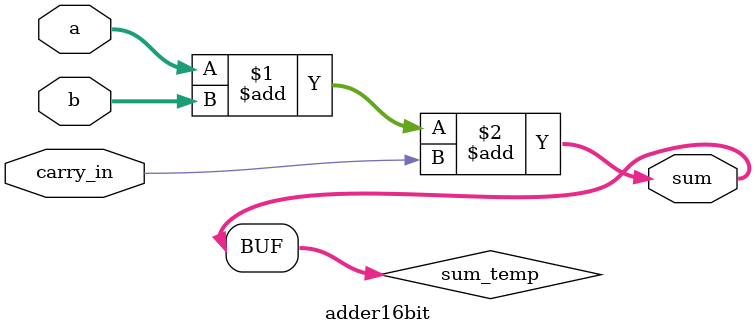
<source format=v>
module top_module(
    input [31:0] a,
    input [31:0] b,
    input select,
    output [31:0] sum
);

    wire [15:0] a_low, b_low;
    wire carry_in;
    wire [15:0] sum_low;

    // Split the input numbers into high and low halves
    assign a_low = a[15:0];
    assign b_low = b[15:0];

    // Instantiate the 16-bit adder module
    adder16bit adder(
        .a(a_low),
        .b(b_low),
        .carry_in(carry_in),
        .sum(sum_low)
    );

    // Perform addition or subtraction based on select input
    assign carry_in = (select) ? ~b[15] : 1'b0;
    assign sum = (select) ? {~b,1'b1} + a : {sum_low,a[31:16]} + {a_low,b_low};

endmodule

// 16-bit adder module
module adder16bit(
    input [15:0] a,
    input [15:0] b,
    input carry_in,
    output [15:0] sum
);

    wire [15:0] sum_temp;

    assign sum_temp = a + b + carry_in;
    assign sum = sum_temp;

endmodule
</source>
